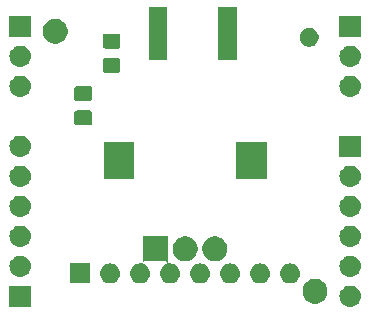
<source format=gbr>
G04 #@! TF.GenerationSoftware,KiCad,Pcbnew,(5.0.2-5)-5*
G04 #@! TF.CreationDate,2019-09-23T09:23:56+03:00*
G04 #@! TF.ProjectId,digi_pot,64696769-5f70-46f7-942e-6b696361645f,rev?*
G04 #@! TF.SameCoordinates,Original*
G04 #@! TF.FileFunction,Soldermask,Top*
G04 #@! TF.FilePolarity,Negative*
%FSLAX46Y46*%
G04 Gerber Fmt 4.6, Leading zero omitted, Abs format (unit mm)*
G04 Created by KiCad (PCBNEW (5.0.2-5)-5) date 2019 September 23, Monday 09:23:56*
%MOMM*%
%LPD*%
G01*
G04 APERTURE LIST*
%ADD10C,0.100000*%
G04 APERTURE END LIST*
D10*
G36*
X162670443Y-103245519D02*
X162736627Y-103252037D01*
X162849853Y-103286384D01*
X162906467Y-103303557D01*
X163045087Y-103377652D01*
X163062991Y-103387222D01*
X163082259Y-103403035D01*
X163200186Y-103499814D01*
X163283448Y-103601271D01*
X163312778Y-103637009D01*
X163312779Y-103637011D01*
X163396443Y-103793533D01*
X163396443Y-103793534D01*
X163447963Y-103963373D01*
X163465359Y-104140000D01*
X163447963Y-104316627D01*
X163413616Y-104429853D01*
X163396443Y-104486467D01*
X163322348Y-104625087D01*
X163312778Y-104642991D01*
X163283448Y-104678729D01*
X163200186Y-104780186D01*
X163098729Y-104863448D01*
X163062991Y-104892778D01*
X163062989Y-104892779D01*
X162906467Y-104976443D01*
X162849853Y-104993616D01*
X162736627Y-105027963D01*
X162670442Y-105034482D01*
X162604260Y-105041000D01*
X162515740Y-105041000D01*
X162449557Y-105034481D01*
X162383373Y-105027963D01*
X162270147Y-104993616D01*
X162213533Y-104976443D01*
X162057011Y-104892779D01*
X162057009Y-104892778D01*
X162021271Y-104863448D01*
X161919814Y-104780186D01*
X161836552Y-104678729D01*
X161807222Y-104642991D01*
X161797652Y-104625087D01*
X161723557Y-104486467D01*
X161706384Y-104429853D01*
X161672037Y-104316627D01*
X161654641Y-104140000D01*
X161672037Y-103963373D01*
X161723557Y-103793534D01*
X161723557Y-103793533D01*
X161807221Y-103637011D01*
X161807222Y-103637009D01*
X161836552Y-103601271D01*
X161919814Y-103499814D01*
X162037741Y-103403035D01*
X162057009Y-103387222D01*
X162074913Y-103377652D01*
X162213533Y-103303557D01*
X162270147Y-103286384D01*
X162383373Y-103252037D01*
X162449558Y-103245518D01*
X162515740Y-103239000D01*
X162604260Y-103239000D01*
X162670443Y-103245519D01*
X162670443Y-103245519D01*
G37*
G36*
X135521000Y-105041000D02*
X133719000Y-105041000D01*
X133719000Y-103239000D01*
X135521000Y-103239000D01*
X135521000Y-105041000D01*
X135521000Y-105041000D01*
G37*
G36*
X159894965Y-102698989D02*
X160086234Y-102778215D01*
X160258376Y-102893237D01*
X160404763Y-103039624D01*
X160519785Y-103211766D01*
X160599011Y-103403035D01*
X160639400Y-103606084D01*
X160639400Y-103813116D01*
X160599011Y-104016165D01*
X160519785Y-104207434D01*
X160404763Y-104379576D01*
X160258376Y-104525963D01*
X160086234Y-104640985D01*
X159894965Y-104720211D01*
X159691916Y-104760600D01*
X159484884Y-104760600D01*
X159281835Y-104720211D01*
X159090566Y-104640985D01*
X158918424Y-104525963D01*
X158772037Y-104379576D01*
X158657015Y-104207434D01*
X158577789Y-104016165D01*
X158537400Y-103813116D01*
X158537400Y-103606084D01*
X158577789Y-103403035D01*
X158657015Y-103211766D01*
X158772037Y-103039624D01*
X158918424Y-102893237D01*
X159090566Y-102778215D01*
X159281835Y-102698989D01*
X159484884Y-102658600D01*
X159691916Y-102658600D01*
X159894965Y-102698989D01*
X159894965Y-102698989D01*
G37*
G36*
X150025221Y-101370913D02*
X150025224Y-101370914D01*
X150025225Y-101370914D01*
X150185639Y-101419575D01*
X150185641Y-101419576D01*
X150185644Y-101419577D01*
X150333478Y-101498595D01*
X150463059Y-101604941D01*
X150569405Y-101734522D01*
X150648423Y-101882356D01*
X150697087Y-102042779D01*
X150713517Y-102209600D01*
X150697087Y-102376421D01*
X150697086Y-102376424D01*
X150697086Y-102376425D01*
X150659297Y-102501000D01*
X150648423Y-102536844D01*
X150569405Y-102684678D01*
X150463059Y-102814259D01*
X150333478Y-102920605D01*
X150185644Y-102999623D01*
X150185641Y-102999624D01*
X150185639Y-102999625D01*
X150025225Y-103048286D01*
X150025224Y-103048286D01*
X150025221Y-103048287D01*
X149900204Y-103060600D01*
X149816596Y-103060600D01*
X149691579Y-103048287D01*
X149691576Y-103048286D01*
X149691575Y-103048286D01*
X149531161Y-102999625D01*
X149531159Y-102999624D01*
X149531156Y-102999623D01*
X149383322Y-102920605D01*
X149253741Y-102814259D01*
X149147395Y-102684678D01*
X149068377Y-102536844D01*
X149057504Y-102501000D01*
X149019714Y-102376425D01*
X149019714Y-102376424D01*
X149019713Y-102376421D01*
X149003283Y-102209600D01*
X149019713Y-102042779D01*
X149068377Y-101882356D01*
X149147395Y-101734522D01*
X149253741Y-101604941D01*
X149383322Y-101498595D01*
X149531156Y-101419577D01*
X149531159Y-101419576D01*
X149531161Y-101419575D01*
X149691575Y-101370914D01*
X149691576Y-101370914D01*
X149691579Y-101370913D01*
X149816596Y-101358600D01*
X149900204Y-101358600D01*
X150025221Y-101370913D01*
X150025221Y-101370913D01*
G37*
G36*
X147150200Y-101233600D02*
X147152602Y-101257986D01*
X147159715Y-101281435D01*
X147171266Y-101303046D01*
X147186812Y-101321988D01*
X147205754Y-101337534D01*
X147227365Y-101349085D01*
X147250814Y-101356198D01*
X147275200Y-101358600D01*
X147360204Y-101358600D01*
X147485221Y-101370913D01*
X147485224Y-101370914D01*
X147485225Y-101370914D01*
X147645639Y-101419575D01*
X147645641Y-101419576D01*
X147645644Y-101419577D01*
X147793478Y-101498595D01*
X147923059Y-101604941D01*
X148029405Y-101734522D01*
X148108423Y-101882356D01*
X148157087Y-102042779D01*
X148173517Y-102209600D01*
X148157087Y-102376421D01*
X148157086Y-102376424D01*
X148157086Y-102376425D01*
X148119297Y-102501000D01*
X148108423Y-102536844D01*
X148029405Y-102684678D01*
X147923059Y-102814259D01*
X147793478Y-102920605D01*
X147645644Y-102999623D01*
X147645641Y-102999624D01*
X147645639Y-102999625D01*
X147485225Y-103048286D01*
X147485224Y-103048286D01*
X147485221Y-103048287D01*
X147360204Y-103060600D01*
X147276596Y-103060600D01*
X147151579Y-103048287D01*
X147151576Y-103048286D01*
X147151575Y-103048286D01*
X146991161Y-102999625D01*
X146991159Y-102999624D01*
X146991156Y-102999623D01*
X146843322Y-102920605D01*
X146713741Y-102814259D01*
X146607395Y-102684678D01*
X146528377Y-102536844D01*
X146517504Y-102501000D01*
X146479714Y-102376425D01*
X146479714Y-102376424D01*
X146479713Y-102376421D01*
X146463283Y-102209600D01*
X146479713Y-102042779D01*
X146528377Y-101882356D01*
X146607395Y-101734522D01*
X146713741Y-101604941D01*
X146843322Y-101498595D01*
X146999789Y-101414962D01*
X147004426Y-101413042D01*
X147024801Y-101399428D01*
X147042128Y-101382102D01*
X147055743Y-101361727D01*
X147065121Y-101339089D01*
X147069902Y-101315055D01*
X147069902Y-101290551D01*
X147065122Y-101266517D01*
X147055746Y-101243878D01*
X147042132Y-101223503D01*
X147024806Y-101206176D01*
X147004431Y-101192561D01*
X146981793Y-101183183D01*
X146957759Y-101178402D01*
X146945504Y-101177800D01*
X145151296Y-101177800D01*
X145126910Y-101180202D01*
X145103461Y-101187315D01*
X145081850Y-101198866D01*
X145062908Y-101214412D01*
X145048200Y-101232333D01*
X145048200Y-99075800D01*
X147150200Y-99075800D01*
X147150200Y-101233600D01*
X147150200Y-101233600D01*
G37*
G36*
X157645221Y-101370913D02*
X157645224Y-101370914D01*
X157645225Y-101370914D01*
X157805639Y-101419575D01*
X157805641Y-101419576D01*
X157805644Y-101419577D01*
X157953478Y-101498595D01*
X158083059Y-101604941D01*
X158189405Y-101734522D01*
X158268423Y-101882356D01*
X158317087Y-102042779D01*
X158333517Y-102209600D01*
X158317087Y-102376421D01*
X158317086Y-102376424D01*
X158317086Y-102376425D01*
X158279297Y-102501000D01*
X158268423Y-102536844D01*
X158189405Y-102684678D01*
X158083059Y-102814259D01*
X157953478Y-102920605D01*
X157805644Y-102999623D01*
X157805641Y-102999624D01*
X157805639Y-102999625D01*
X157645225Y-103048286D01*
X157645224Y-103048286D01*
X157645221Y-103048287D01*
X157520204Y-103060600D01*
X157436596Y-103060600D01*
X157311579Y-103048287D01*
X157311576Y-103048286D01*
X157311575Y-103048286D01*
X157151161Y-102999625D01*
X157151159Y-102999624D01*
X157151156Y-102999623D01*
X157003322Y-102920605D01*
X156873741Y-102814259D01*
X156767395Y-102684678D01*
X156688377Y-102536844D01*
X156677504Y-102501000D01*
X156639714Y-102376425D01*
X156639714Y-102376424D01*
X156639713Y-102376421D01*
X156623283Y-102209600D01*
X156639713Y-102042779D01*
X156688377Y-101882356D01*
X156767395Y-101734522D01*
X156873741Y-101604941D01*
X157003322Y-101498595D01*
X157151156Y-101419577D01*
X157151159Y-101419576D01*
X157151161Y-101419575D01*
X157311575Y-101370914D01*
X157311576Y-101370914D01*
X157311579Y-101370913D01*
X157436596Y-101358600D01*
X157520204Y-101358600D01*
X157645221Y-101370913D01*
X157645221Y-101370913D01*
G37*
G36*
X145028698Y-101327186D02*
X145035811Y-101350635D01*
X145047362Y-101372246D01*
X145062908Y-101391188D01*
X145081850Y-101406734D01*
X145094834Y-101413674D01*
X145094782Y-101413771D01*
X145253478Y-101498595D01*
X145383059Y-101604941D01*
X145489405Y-101734522D01*
X145568423Y-101882356D01*
X145617087Y-102042779D01*
X145633517Y-102209600D01*
X145617087Y-102376421D01*
X145617086Y-102376424D01*
X145617086Y-102376425D01*
X145579297Y-102501000D01*
X145568423Y-102536844D01*
X145489405Y-102684678D01*
X145383059Y-102814259D01*
X145253478Y-102920605D01*
X145105644Y-102999623D01*
X145105641Y-102999624D01*
X145105639Y-102999625D01*
X144945225Y-103048286D01*
X144945224Y-103048286D01*
X144945221Y-103048287D01*
X144820204Y-103060600D01*
X144736596Y-103060600D01*
X144611579Y-103048287D01*
X144611576Y-103048286D01*
X144611575Y-103048286D01*
X144451161Y-102999625D01*
X144451159Y-102999624D01*
X144451156Y-102999623D01*
X144303322Y-102920605D01*
X144173741Y-102814259D01*
X144067395Y-102684678D01*
X143988377Y-102536844D01*
X143977504Y-102501000D01*
X143939714Y-102376425D01*
X143939714Y-102376424D01*
X143939713Y-102376421D01*
X143923283Y-102209600D01*
X143939713Y-102042779D01*
X143988377Y-101882356D01*
X144067395Y-101734522D01*
X144173741Y-101604941D01*
X144303322Y-101498595D01*
X144451156Y-101419577D01*
X144451159Y-101419576D01*
X144451161Y-101419575D01*
X144611575Y-101370914D01*
X144611576Y-101370914D01*
X144611579Y-101370913D01*
X144736596Y-101358600D01*
X144820205Y-101358600D01*
X144910948Y-101367537D01*
X144935453Y-101367537D01*
X144959486Y-101362756D01*
X144982125Y-101353379D01*
X145002500Y-101339765D01*
X145019827Y-101322438D01*
X145027151Y-101311476D01*
X145028698Y-101327186D01*
X145028698Y-101327186D01*
G37*
G36*
X155105221Y-101370913D02*
X155105224Y-101370914D01*
X155105225Y-101370914D01*
X155265639Y-101419575D01*
X155265641Y-101419576D01*
X155265644Y-101419577D01*
X155413478Y-101498595D01*
X155543059Y-101604941D01*
X155649405Y-101734522D01*
X155728423Y-101882356D01*
X155777087Y-102042779D01*
X155793517Y-102209600D01*
X155777087Y-102376421D01*
X155777086Y-102376424D01*
X155777086Y-102376425D01*
X155739297Y-102501000D01*
X155728423Y-102536844D01*
X155649405Y-102684678D01*
X155543059Y-102814259D01*
X155413478Y-102920605D01*
X155265644Y-102999623D01*
X155265641Y-102999624D01*
X155265639Y-102999625D01*
X155105225Y-103048286D01*
X155105224Y-103048286D01*
X155105221Y-103048287D01*
X154980204Y-103060600D01*
X154896596Y-103060600D01*
X154771579Y-103048287D01*
X154771576Y-103048286D01*
X154771575Y-103048286D01*
X154611161Y-102999625D01*
X154611159Y-102999624D01*
X154611156Y-102999623D01*
X154463322Y-102920605D01*
X154333741Y-102814259D01*
X154227395Y-102684678D01*
X154148377Y-102536844D01*
X154137504Y-102501000D01*
X154099714Y-102376425D01*
X154099714Y-102376424D01*
X154099713Y-102376421D01*
X154083283Y-102209600D01*
X154099713Y-102042779D01*
X154148377Y-101882356D01*
X154227395Y-101734522D01*
X154333741Y-101604941D01*
X154463322Y-101498595D01*
X154611156Y-101419577D01*
X154611159Y-101419576D01*
X154611161Y-101419575D01*
X154771575Y-101370914D01*
X154771576Y-101370914D01*
X154771579Y-101370913D01*
X154896596Y-101358600D01*
X154980204Y-101358600D01*
X155105221Y-101370913D01*
X155105221Y-101370913D01*
G37*
G36*
X142405221Y-101370913D02*
X142405224Y-101370914D01*
X142405225Y-101370914D01*
X142565639Y-101419575D01*
X142565641Y-101419576D01*
X142565644Y-101419577D01*
X142713478Y-101498595D01*
X142843059Y-101604941D01*
X142949405Y-101734522D01*
X143028423Y-101882356D01*
X143077087Y-102042779D01*
X143093517Y-102209600D01*
X143077087Y-102376421D01*
X143077086Y-102376424D01*
X143077086Y-102376425D01*
X143039297Y-102501000D01*
X143028423Y-102536844D01*
X142949405Y-102684678D01*
X142843059Y-102814259D01*
X142713478Y-102920605D01*
X142565644Y-102999623D01*
X142565641Y-102999624D01*
X142565639Y-102999625D01*
X142405225Y-103048286D01*
X142405224Y-103048286D01*
X142405221Y-103048287D01*
X142280204Y-103060600D01*
X142196596Y-103060600D01*
X142071579Y-103048287D01*
X142071576Y-103048286D01*
X142071575Y-103048286D01*
X141911161Y-102999625D01*
X141911159Y-102999624D01*
X141911156Y-102999623D01*
X141763322Y-102920605D01*
X141633741Y-102814259D01*
X141527395Y-102684678D01*
X141448377Y-102536844D01*
X141437504Y-102501000D01*
X141399714Y-102376425D01*
X141399714Y-102376424D01*
X141399713Y-102376421D01*
X141383283Y-102209600D01*
X141399713Y-102042779D01*
X141448377Y-101882356D01*
X141527395Y-101734522D01*
X141633741Y-101604941D01*
X141763322Y-101498595D01*
X141911156Y-101419577D01*
X141911159Y-101419576D01*
X141911161Y-101419575D01*
X142071575Y-101370914D01*
X142071576Y-101370914D01*
X142071579Y-101370913D01*
X142196596Y-101358600D01*
X142280204Y-101358600D01*
X142405221Y-101370913D01*
X142405221Y-101370913D01*
G37*
G36*
X140549400Y-103060600D02*
X138847400Y-103060600D01*
X138847400Y-101358600D01*
X140549400Y-101358600D01*
X140549400Y-103060600D01*
X140549400Y-103060600D01*
G37*
G36*
X152565221Y-101370913D02*
X152565224Y-101370914D01*
X152565225Y-101370914D01*
X152725639Y-101419575D01*
X152725641Y-101419576D01*
X152725644Y-101419577D01*
X152873478Y-101498595D01*
X153003059Y-101604941D01*
X153109405Y-101734522D01*
X153188423Y-101882356D01*
X153237087Y-102042779D01*
X153253517Y-102209600D01*
X153237087Y-102376421D01*
X153237086Y-102376424D01*
X153237086Y-102376425D01*
X153199297Y-102501000D01*
X153188423Y-102536844D01*
X153109405Y-102684678D01*
X153003059Y-102814259D01*
X152873478Y-102920605D01*
X152725644Y-102999623D01*
X152725641Y-102999624D01*
X152725639Y-102999625D01*
X152565225Y-103048286D01*
X152565224Y-103048286D01*
X152565221Y-103048287D01*
X152440204Y-103060600D01*
X152356596Y-103060600D01*
X152231579Y-103048287D01*
X152231576Y-103048286D01*
X152231575Y-103048286D01*
X152071161Y-102999625D01*
X152071159Y-102999624D01*
X152071156Y-102999623D01*
X151923322Y-102920605D01*
X151793741Y-102814259D01*
X151687395Y-102684678D01*
X151608377Y-102536844D01*
X151597504Y-102501000D01*
X151559714Y-102376425D01*
X151559714Y-102376424D01*
X151559713Y-102376421D01*
X151543283Y-102209600D01*
X151559713Y-102042779D01*
X151608377Y-101882356D01*
X151687395Y-101734522D01*
X151793741Y-101604941D01*
X151923322Y-101498595D01*
X152071156Y-101419577D01*
X152071159Y-101419576D01*
X152071161Y-101419575D01*
X152231575Y-101370914D01*
X152231576Y-101370914D01*
X152231579Y-101370913D01*
X152356596Y-101358600D01*
X152440204Y-101358600D01*
X152565221Y-101370913D01*
X152565221Y-101370913D01*
G37*
G36*
X134730443Y-100705519D02*
X134796627Y-100712037D01*
X134909853Y-100746384D01*
X134966467Y-100763557D01*
X135028614Y-100796776D01*
X135122991Y-100847222D01*
X135158729Y-100876552D01*
X135260186Y-100959814D01*
X135340915Y-101058184D01*
X135372778Y-101097009D01*
X135372779Y-101097011D01*
X135456443Y-101253533D01*
X135464907Y-101281435D01*
X135507963Y-101423373D01*
X135525359Y-101600000D01*
X135507963Y-101776627D01*
X135475889Y-101882361D01*
X135456443Y-101946467D01*
X135404962Y-102042779D01*
X135372778Y-102102991D01*
X135343448Y-102138729D01*
X135260186Y-102240186D01*
X135158729Y-102323448D01*
X135122991Y-102352778D01*
X135122989Y-102352779D01*
X134966467Y-102436443D01*
X134909853Y-102453616D01*
X134796627Y-102487963D01*
X134730442Y-102494482D01*
X134664260Y-102501000D01*
X134575740Y-102501000D01*
X134509558Y-102494482D01*
X134443373Y-102487963D01*
X134330147Y-102453616D01*
X134273533Y-102436443D01*
X134117011Y-102352779D01*
X134117009Y-102352778D01*
X134081271Y-102323448D01*
X133979814Y-102240186D01*
X133896552Y-102138729D01*
X133867222Y-102102991D01*
X133835038Y-102042779D01*
X133783557Y-101946467D01*
X133764111Y-101882361D01*
X133732037Y-101776627D01*
X133714641Y-101600000D01*
X133732037Y-101423373D01*
X133775093Y-101281435D01*
X133783557Y-101253533D01*
X133867221Y-101097011D01*
X133867222Y-101097009D01*
X133899085Y-101058184D01*
X133979814Y-100959814D01*
X134081271Y-100876552D01*
X134117009Y-100847222D01*
X134211386Y-100796776D01*
X134273533Y-100763557D01*
X134330147Y-100746384D01*
X134443373Y-100712037D01*
X134509557Y-100705519D01*
X134575740Y-100699000D01*
X134664260Y-100699000D01*
X134730443Y-100705519D01*
X134730443Y-100705519D01*
G37*
G36*
X162670443Y-100705519D02*
X162736627Y-100712037D01*
X162849853Y-100746384D01*
X162906467Y-100763557D01*
X162968614Y-100796776D01*
X163062991Y-100847222D01*
X163098729Y-100876552D01*
X163200186Y-100959814D01*
X163280915Y-101058184D01*
X163312778Y-101097009D01*
X163312779Y-101097011D01*
X163396443Y-101253533D01*
X163404907Y-101281435D01*
X163447963Y-101423373D01*
X163465359Y-101600000D01*
X163447963Y-101776627D01*
X163415889Y-101882361D01*
X163396443Y-101946467D01*
X163344962Y-102042779D01*
X163312778Y-102102991D01*
X163283448Y-102138729D01*
X163200186Y-102240186D01*
X163098729Y-102323448D01*
X163062991Y-102352778D01*
X163062989Y-102352779D01*
X162906467Y-102436443D01*
X162849853Y-102453616D01*
X162736627Y-102487963D01*
X162670442Y-102494482D01*
X162604260Y-102501000D01*
X162515740Y-102501000D01*
X162449558Y-102494482D01*
X162383373Y-102487963D01*
X162270147Y-102453616D01*
X162213533Y-102436443D01*
X162057011Y-102352779D01*
X162057009Y-102352778D01*
X162021271Y-102323448D01*
X161919814Y-102240186D01*
X161836552Y-102138729D01*
X161807222Y-102102991D01*
X161775038Y-102042779D01*
X161723557Y-101946467D01*
X161704111Y-101882361D01*
X161672037Y-101776627D01*
X161654641Y-101600000D01*
X161672037Y-101423373D01*
X161715093Y-101281435D01*
X161723557Y-101253533D01*
X161807221Y-101097011D01*
X161807222Y-101097009D01*
X161839085Y-101058184D01*
X161919814Y-100959814D01*
X162021271Y-100876552D01*
X162057009Y-100847222D01*
X162151386Y-100796776D01*
X162213533Y-100763557D01*
X162270147Y-100746384D01*
X162383373Y-100712037D01*
X162449557Y-100705519D01*
X162515740Y-100699000D01*
X162604260Y-100699000D01*
X162670443Y-100705519D01*
X162670443Y-100705519D01*
G37*
G36*
X148905765Y-99116189D02*
X149097034Y-99195415D01*
X149269176Y-99310437D01*
X149415563Y-99456824D01*
X149530585Y-99628966D01*
X149609811Y-99820235D01*
X149650200Y-100023284D01*
X149650200Y-100230316D01*
X149609811Y-100433365D01*
X149530585Y-100624634D01*
X149415563Y-100796776D01*
X149269176Y-100943163D01*
X149097034Y-101058185D01*
X148905765Y-101137411D01*
X148702716Y-101177800D01*
X148495684Y-101177800D01*
X148292635Y-101137411D01*
X148101366Y-101058185D01*
X147929224Y-100943163D01*
X147782837Y-100796776D01*
X147667815Y-100624634D01*
X147588589Y-100433365D01*
X147548200Y-100230316D01*
X147548200Y-100023284D01*
X147588589Y-99820235D01*
X147667815Y-99628966D01*
X147782837Y-99456824D01*
X147929224Y-99310437D01*
X148101366Y-99195415D01*
X148292635Y-99116189D01*
X148495684Y-99075800D01*
X148702716Y-99075800D01*
X148905765Y-99116189D01*
X148905765Y-99116189D01*
G37*
G36*
X151405765Y-99116189D02*
X151597034Y-99195415D01*
X151769176Y-99310437D01*
X151915563Y-99456824D01*
X152030585Y-99628966D01*
X152109811Y-99820235D01*
X152150200Y-100023284D01*
X152150200Y-100230316D01*
X152109811Y-100433365D01*
X152030585Y-100624634D01*
X151915563Y-100796776D01*
X151769176Y-100943163D01*
X151597034Y-101058185D01*
X151405765Y-101137411D01*
X151202716Y-101177800D01*
X150995684Y-101177800D01*
X150792635Y-101137411D01*
X150601366Y-101058185D01*
X150429224Y-100943163D01*
X150282837Y-100796776D01*
X150167815Y-100624634D01*
X150088589Y-100433365D01*
X150048200Y-100230316D01*
X150048200Y-100023284D01*
X150088589Y-99820235D01*
X150167815Y-99628966D01*
X150282837Y-99456824D01*
X150429224Y-99310437D01*
X150601366Y-99195415D01*
X150792635Y-99116189D01*
X150995684Y-99075800D01*
X151202716Y-99075800D01*
X151405765Y-99116189D01*
X151405765Y-99116189D01*
G37*
G36*
X134730443Y-98165519D02*
X134796627Y-98172037D01*
X134909853Y-98206384D01*
X134966467Y-98223557D01*
X135105087Y-98297652D01*
X135122991Y-98307222D01*
X135158729Y-98336552D01*
X135260186Y-98419814D01*
X135343448Y-98521271D01*
X135372778Y-98557009D01*
X135372779Y-98557011D01*
X135456443Y-98713533D01*
X135456443Y-98713534D01*
X135507963Y-98883373D01*
X135525359Y-99060000D01*
X135507963Y-99236627D01*
X135485573Y-99310437D01*
X135456443Y-99406467D01*
X135382348Y-99545087D01*
X135372778Y-99562991D01*
X135343448Y-99598729D01*
X135260186Y-99700186D01*
X135158729Y-99783448D01*
X135122991Y-99812778D01*
X135122989Y-99812779D01*
X134966467Y-99896443D01*
X134909853Y-99913616D01*
X134796627Y-99947963D01*
X134730443Y-99954481D01*
X134664260Y-99961000D01*
X134575740Y-99961000D01*
X134509557Y-99954481D01*
X134443373Y-99947963D01*
X134330147Y-99913616D01*
X134273533Y-99896443D01*
X134117011Y-99812779D01*
X134117009Y-99812778D01*
X134081271Y-99783448D01*
X133979814Y-99700186D01*
X133896552Y-99598729D01*
X133867222Y-99562991D01*
X133857652Y-99545087D01*
X133783557Y-99406467D01*
X133754427Y-99310437D01*
X133732037Y-99236627D01*
X133714641Y-99060000D01*
X133732037Y-98883373D01*
X133783557Y-98713534D01*
X133783557Y-98713533D01*
X133867221Y-98557011D01*
X133867222Y-98557009D01*
X133896552Y-98521271D01*
X133979814Y-98419814D01*
X134081271Y-98336552D01*
X134117009Y-98307222D01*
X134134913Y-98297652D01*
X134273533Y-98223557D01*
X134330147Y-98206384D01*
X134443373Y-98172037D01*
X134509557Y-98165519D01*
X134575740Y-98159000D01*
X134664260Y-98159000D01*
X134730443Y-98165519D01*
X134730443Y-98165519D01*
G37*
G36*
X162670443Y-98165519D02*
X162736627Y-98172037D01*
X162849853Y-98206384D01*
X162906467Y-98223557D01*
X163045087Y-98297652D01*
X163062991Y-98307222D01*
X163098729Y-98336552D01*
X163200186Y-98419814D01*
X163283448Y-98521271D01*
X163312778Y-98557009D01*
X163312779Y-98557011D01*
X163396443Y-98713533D01*
X163396443Y-98713534D01*
X163447963Y-98883373D01*
X163465359Y-99060000D01*
X163447963Y-99236627D01*
X163425573Y-99310437D01*
X163396443Y-99406467D01*
X163322348Y-99545087D01*
X163312778Y-99562991D01*
X163283448Y-99598729D01*
X163200186Y-99700186D01*
X163098729Y-99783448D01*
X163062991Y-99812778D01*
X163062989Y-99812779D01*
X162906467Y-99896443D01*
X162849853Y-99913616D01*
X162736627Y-99947963D01*
X162670443Y-99954481D01*
X162604260Y-99961000D01*
X162515740Y-99961000D01*
X162449557Y-99954481D01*
X162383373Y-99947963D01*
X162270147Y-99913616D01*
X162213533Y-99896443D01*
X162057011Y-99812779D01*
X162057009Y-99812778D01*
X162021271Y-99783448D01*
X161919814Y-99700186D01*
X161836552Y-99598729D01*
X161807222Y-99562991D01*
X161797652Y-99545087D01*
X161723557Y-99406467D01*
X161694427Y-99310437D01*
X161672037Y-99236627D01*
X161654641Y-99060000D01*
X161672037Y-98883373D01*
X161723557Y-98713534D01*
X161723557Y-98713533D01*
X161807221Y-98557011D01*
X161807222Y-98557009D01*
X161836552Y-98521271D01*
X161919814Y-98419814D01*
X162021271Y-98336552D01*
X162057009Y-98307222D01*
X162074913Y-98297652D01*
X162213533Y-98223557D01*
X162270147Y-98206384D01*
X162383373Y-98172037D01*
X162449557Y-98165519D01*
X162515740Y-98159000D01*
X162604260Y-98159000D01*
X162670443Y-98165519D01*
X162670443Y-98165519D01*
G37*
G36*
X134730442Y-95625518D02*
X134796627Y-95632037D01*
X134909853Y-95666384D01*
X134966467Y-95683557D01*
X135105087Y-95757652D01*
X135122991Y-95767222D01*
X135158729Y-95796552D01*
X135260186Y-95879814D01*
X135343448Y-95981271D01*
X135372778Y-96017009D01*
X135372779Y-96017011D01*
X135456443Y-96173533D01*
X135456443Y-96173534D01*
X135507963Y-96343373D01*
X135525359Y-96520000D01*
X135507963Y-96696627D01*
X135473616Y-96809853D01*
X135456443Y-96866467D01*
X135382348Y-97005087D01*
X135372778Y-97022991D01*
X135343448Y-97058729D01*
X135260186Y-97160186D01*
X135158729Y-97243448D01*
X135122991Y-97272778D01*
X135122989Y-97272779D01*
X134966467Y-97356443D01*
X134909853Y-97373616D01*
X134796627Y-97407963D01*
X134730442Y-97414482D01*
X134664260Y-97421000D01*
X134575740Y-97421000D01*
X134509558Y-97414482D01*
X134443373Y-97407963D01*
X134330147Y-97373616D01*
X134273533Y-97356443D01*
X134117011Y-97272779D01*
X134117009Y-97272778D01*
X134081271Y-97243448D01*
X133979814Y-97160186D01*
X133896552Y-97058729D01*
X133867222Y-97022991D01*
X133857652Y-97005087D01*
X133783557Y-96866467D01*
X133766384Y-96809853D01*
X133732037Y-96696627D01*
X133714641Y-96520000D01*
X133732037Y-96343373D01*
X133783557Y-96173534D01*
X133783557Y-96173533D01*
X133867221Y-96017011D01*
X133867222Y-96017009D01*
X133896552Y-95981271D01*
X133979814Y-95879814D01*
X134081271Y-95796552D01*
X134117009Y-95767222D01*
X134134913Y-95757652D01*
X134273533Y-95683557D01*
X134330147Y-95666384D01*
X134443373Y-95632037D01*
X134509558Y-95625518D01*
X134575740Y-95619000D01*
X134664260Y-95619000D01*
X134730442Y-95625518D01*
X134730442Y-95625518D01*
G37*
G36*
X162670442Y-95625518D02*
X162736627Y-95632037D01*
X162849853Y-95666384D01*
X162906467Y-95683557D01*
X163045087Y-95757652D01*
X163062991Y-95767222D01*
X163098729Y-95796552D01*
X163200186Y-95879814D01*
X163283448Y-95981271D01*
X163312778Y-96017009D01*
X163312779Y-96017011D01*
X163396443Y-96173533D01*
X163396443Y-96173534D01*
X163447963Y-96343373D01*
X163465359Y-96520000D01*
X163447963Y-96696627D01*
X163413616Y-96809853D01*
X163396443Y-96866467D01*
X163322348Y-97005087D01*
X163312778Y-97022991D01*
X163283448Y-97058729D01*
X163200186Y-97160186D01*
X163098729Y-97243448D01*
X163062991Y-97272778D01*
X163062989Y-97272779D01*
X162906467Y-97356443D01*
X162849853Y-97373616D01*
X162736627Y-97407963D01*
X162670442Y-97414482D01*
X162604260Y-97421000D01*
X162515740Y-97421000D01*
X162449558Y-97414482D01*
X162383373Y-97407963D01*
X162270147Y-97373616D01*
X162213533Y-97356443D01*
X162057011Y-97272779D01*
X162057009Y-97272778D01*
X162021271Y-97243448D01*
X161919814Y-97160186D01*
X161836552Y-97058729D01*
X161807222Y-97022991D01*
X161797652Y-97005087D01*
X161723557Y-96866467D01*
X161706384Y-96809853D01*
X161672037Y-96696627D01*
X161654641Y-96520000D01*
X161672037Y-96343373D01*
X161723557Y-96173534D01*
X161723557Y-96173533D01*
X161807221Y-96017011D01*
X161807222Y-96017009D01*
X161836552Y-95981271D01*
X161919814Y-95879814D01*
X162021271Y-95796552D01*
X162057009Y-95767222D01*
X162074913Y-95757652D01*
X162213533Y-95683557D01*
X162270147Y-95666384D01*
X162383373Y-95632037D01*
X162449558Y-95625518D01*
X162515740Y-95619000D01*
X162604260Y-95619000D01*
X162670442Y-95625518D01*
X162670442Y-95625518D01*
G37*
G36*
X162670443Y-93085519D02*
X162736627Y-93092037D01*
X162849853Y-93126384D01*
X162906467Y-93143557D01*
X163045087Y-93217652D01*
X163062991Y-93227222D01*
X163098729Y-93256552D01*
X163200186Y-93339814D01*
X163283448Y-93441271D01*
X163312778Y-93477009D01*
X163312779Y-93477011D01*
X163396443Y-93633533D01*
X163396443Y-93633534D01*
X163447963Y-93803373D01*
X163465359Y-93980000D01*
X163447963Y-94156627D01*
X163441540Y-94177800D01*
X163396443Y-94326467D01*
X163322348Y-94465087D01*
X163312778Y-94482991D01*
X163283448Y-94518729D01*
X163200186Y-94620186D01*
X163098729Y-94703448D01*
X163062991Y-94732778D01*
X163062989Y-94732779D01*
X162906467Y-94816443D01*
X162849853Y-94833616D01*
X162736627Y-94867963D01*
X162670443Y-94874481D01*
X162604260Y-94881000D01*
X162515740Y-94881000D01*
X162449557Y-94874481D01*
X162383373Y-94867963D01*
X162270147Y-94833616D01*
X162213533Y-94816443D01*
X162057011Y-94732779D01*
X162057009Y-94732778D01*
X162021271Y-94703448D01*
X161919814Y-94620186D01*
X161836552Y-94518729D01*
X161807222Y-94482991D01*
X161797652Y-94465087D01*
X161723557Y-94326467D01*
X161678460Y-94177800D01*
X161672037Y-94156627D01*
X161654641Y-93980000D01*
X161672037Y-93803373D01*
X161723557Y-93633534D01*
X161723557Y-93633533D01*
X161807221Y-93477011D01*
X161807222Y-93477009D01*
X161836552Y-93441271D01*
X161919814Y-93339814D01*
X162021271Y-93256552D01*
X162057009Y-93227222D01*
X162074913Y-93217652D01*
X162213533Y-93143557D01*
X162270147Y-93126384D01*
X162383373Y-93092037D01*
X162449557Y-93085519D01*
X162515740Y-93079000D01*
X162604260Y-93079000D01*
X162670443Y-93085519D01*
X162670443Y-93085519D01*
G37*
G36*
X134730443Y-93085519D02*
X134796627Y-93092037D01*
X134909853Y-93126384D01*
X134966467Y-93143557D01*
X135105087Y-93217652D01*
X135122991Y-93227222D01*
X135158729Y-93256552D01*
X135260186Y-93339814D01*
X135343448Y-93441271D01*
X135372778Y-93477009D01*
X135372779Y-93477011D01*
X135456443Y-93633533D01*
X135456443Y-93633534D01*
X135507963Y-93803373D01*
X135525359Y-93980000D01*
X135507963Y-94156627D01*
X135501540Y-94177800D01*
X135456443Y-94326467D01*
X135382348Y-94465087D01*
X135372778Y-94482991D01*
X135343448Y-94518729D01*
X135260186Y-94620186D01*
X135158729Y-94703448D01*
X135122991Y-94732778D01*
X135122989Y-94732779D01*
X134966467Y-94816443D01*
X134909853Y-94833616D01*
X134796627Y-94867963D01*
X134730443Y-94874481D01*
X134664260Y-94881000D01*
X134575740Y-94881000D01*
X134509557Y-94874481D01*
X134443373Y-94867963D01*
X134330147Y-94833616D01*
X134273533Y-94816443D01*
X134117011Y-94732779D01*
X134117009Y-94732778D01*
X134081271Y-94703448D01*
X133979814Y-94620186D01*
X133896552Y-94518729D01*
X133867222Y-94482991D01*
X133857652Y-94465087D01*
X133783557Y-94326467D01*
X133738460Y-94177800D01*
X133732037Y-94156627D01*
X133714641Y-93980000D01*
X133732037Y-93803373D01*
X133783557Y-93633534D01*
X133783557Y-93633533D01*
X133867221Y-93477011D01*
X133867222Y-93477009D01*
X133896552Y-93441271D01*
X133979814Y-93339814D01*
X134081271Y-93256552D01*
X134117009Y-93227222D01*
X134134913Y-93217652D01*
X134273533Y-93143557D01*
X134330147Y-93126384D01*
X134443373Y-93092037D01*
X134509557Y-93085519D01*
X134575740Y-93079000D01*
X134664260Y-93079000D01*
X134730443Y-93085519D01*
X134730443Y-93085519D01*
G37*
G36*
X155500200Y-94177800D02*
X152898200Y-94177800D01*
X152898200Y-91075800D01*
X155500200Y-91075800D01*
X155500200Y-94177800D01*
X155500200Y-94177800D01*
G37*
G36*
X144300200Y-94177800D02*
X141698200Y-94177800D01*
X141698200Y-91075800D01*
X144300200Y-91075800D01*
X144300200Y-94177800D01*
X144300200Y-94177800D01*
G37*
G36*
X163461000Y-92341000D02*
X161659000Y-92341000D01*
X161659000Y-90539000D01*
X163461000Y-90539000D01*
X163461000Y-92341000D01*
X163461000Y-92341000D01*
G37*
G36*
X134730443Y-90545519D02*
X134796627Y-90552037D01*
X134909853Y-90586384D01*
X134966467Y-90603557D01*
X135105087Y-90677652D01*
X135122991Y-90687222D01*
X135158729Y-90716552D01*
X135260186Y-90799814D01*
X135343448Y-90901271D01*
X135372778Y-90937009D01*
X135372779Y-90937011D01*
X135456443Y-91093533D01*
X135456443Y-91093534D01*
X135507963Y-91263373D01*
X135525359Y-91440000D01*
X135507963Y-91616627D01*
X135473616Y-91729853D01*
X135456443Y-91786467D01*
X135382348Y-91925087D01*
X135372778Y-91942991D01*
X135343448Y-91978729D01*
X135260186Y-92080186D01*
X135158729Y-92163448D01*
X135122991Y-92192778D01*
X135122989Y-92192779D01*
X134966467Y-92276443D01*
X134909853Y-92293616D01*
X134796627Y-92327963D01*
X134730443Y-92334481D01*
X134664260Y-92341000D01*
X134575740Y-92341000D01*
X134509557Y-92334481D01*
X134443373Y-92327963D01*
X134330147Y-92293616D01*
X134273533Y-92276443D01*
X134117011Y-92192779D01*
X134117009Y-92192778D01*
X134081271Y-92163448D01*
X133979814Y-92080186D01*
X133896552Y-91978729D01*
X133867222Y-91942991D01*
X133857652Y-91925087D01*
X133783557Y-91786467D01*
X133766384Y-91729853D01*
X133732037Y-91616627D01*
X133714641Y-91440000D01*
X133732037Y-91263373D01*
X133783557Y-91093534D01*
X133783557Y-91093533D01*
X133867221Y-90937011D01*
X133867222Y-90937009D01*
X133896552Y-90901271D01*
X133979814Y-90799814D01*
X134081271Y-90716552D01*
X134117009Y-90687222D01*
X134134913Y-90677652D01*
X134273533Y-90603557D01*
X134330147Y-90586384D01*
X134443373Y-90552037D01*
X134509557Y-90545519D01*
X134575740Y-90539000D01*
X134664260Y-90539000D01*
X134730443Y-90545519D01*
X134730443Y-90545519D01*
G37*
G36*
X140542677Y-88414465D02*
X140580364Y-88425898D01*
X140615103Y-88444466D01*
X140645548Y-88469452D01*
X140670534Y-88499897D01*
X140689102Y-88534636D01*
X140700535Y-88572323D01*
X140705000Y-88617661D01*
X140705000Y-89454339D01*
X140700535Y-89499677D01*
X140689102Y-89537364D01*
X140670534Y-89572103D01*
X140645548Y-89602548D01*
X140615103Y-89627534D01*
X140580364Y-89646102D01*
X140542677Y-89657535D01*
X140497339Y-89662000D01*
X139410661Y-89662000D01*
X139365323Y-89657535D01*
X139327636Y-89646102D01*
X139292897Y-89627534D01*
X139262452Y-89602548D01*
X139237466Y-89572103D01*
X139218898Y-89537364D01*
X139207465Y-89499677D01*
X139203000Y-89454339D01*
X139203000Y-88617661D01*
X139207465Y-88572323D01*
X139218898Y-88534636D01*
X139237466Y-88499897D01*
X139262452Y-88469452D01*
X139292897Y-88444466D01*
X139327636Y-88425898D01*
X139365323Y-88414465D01*
X139410661Y-88410000D01*
X140497339Y-88410000D01*
X140542677Y-88414465D01*
X140542677Y-88414465D01*
G37*
G36*
X140542677Y-86364465D02*
X140580364Y-86375898D01*
X140615103Y-86394466D01*
X140645548Y-86419452D01*
X140670534Y-86449897D01*
X140689102Y-86484636D01*
X140700535Y-86522323D01*
X140705000Y-86567661D01*
X140705000Y-87404339D01*
X140700535Y-87449677D01*
X140689102Y-87487364D01*
X140670534Y-87522103D01*
X140645548Y-87552548D01*
X140615103Y-87577534D01*
X140580364Y-87596102D01*
X140542677Y-87607535D01*
X140497339Y-87612000D01*
X139410661Y-87612000D01*
X139365323Y-87607535D01*
X139327636Y-87596102D01*
X139292897Y-87577534D01*
X139262452Y-87552548D01*
X139237466Y-87522103D01*
X139218898Y-87487364D01*
X139207465Y-87449677D01*
X139203000Y-87404339D01*
X139203000Y-86567661D01*
X139207465Y-86522323D01*
X139218898Y-86484636D01*
X139237466Y-86449897D01*
X139262452Y-86419452D01*
X139292897Y-86394466D01*
X139327636Y-86375898D01*
X139365323Y-86364465D01*
X139410661Y-86360000D01*
X140497339Y-86360000D01*
X140542677Y-86364465D01*
X140542677Y-86364465D01*
G37*
G36*
X134730442Y-85465518D02*
X134796627Y-85472037D01*
X134909853Y-85506384D01*
X134966467Y-85523557D01*
X135105087Y-85597652D01*
X135122991Y-85607222D01*
X135158729Y-85636552D01*
X135260186Y-85719814D01*
X135343448Y-85821271D01*
X135372778Y-85857009D01*
X135372779Y-85857011D01*
X135456443Y-86013533D01*
X135456443Y-86013534D01*
X135507963Y-86183373D01*
X135525359Y-86360000D01*
X135507963Y-86536627D01*
X135478979Y-86632173D01*
X135456443Y-86706467D01*
X135382348Y-86845087D01*
X135372778Y-86862991D01*
X135343448Y-86898729D01*
X135260186Y-87000186D01*
X135158729Y-87083448D01*
X135122991Y-87112778D01*
X135122989Y-87112779D01*
X134966467Y-87196443D01*
X134909853Y-87213616D01*
X134796627Y-87247963D01*
X134730442Y-87254482D01*
X134664260Y-87261000D01*
X134575740Y-87261000D01*
X134509558Y-87254482D01*
X134443373Y-87247963D01*
X134330147Y-87213616D01*
X134273533Y-87196443D01*
X134117011Y-87112779D01*
X134117009Y-87112778D01*
X134081271Y-87083448D01*
X133979814Y-87000186D01*
X133896552Y-86898729D01*
X133867222Y-86862991D01*
X133857652Y-86845087D01*
X133783557Y-86706467D01*
X133761021Y-86632173D01*
X133732037Y-86536627D01*
X133714641Y-86360000D01*
X133732037Y-86183373D01*
X133783557Y-86013534D01*
X133783557Y-86013533D01*
X133867221Y-85857011D01*
X133867222Y-85857009D01*
X133896552Y-85821271D01*
X133979814Y-85719814D01*
X134081271Y-85636552D01*
X134117009Y-85607222D01*
X134134913Y-85597652D01*
X134273533Y-85523557D01*
X134330147Y-85506384D01*
X134443373Y-85472037D01*
X134509558Y-85465518D01*
X134575740Y-85459000D01*
X134664260Y-85459000D01*
X134730442Y-85465518D01*
X134730442Y-85465518D01*
G37*
G36*
X162670442Y-85465518D02*
X162736627Y-85472037D01*
X162849853Y-85506384D01*
X162906467Y-85523557D01*
X163045087Y-85597652D01*
X163062991Y-85607222D01*
X163098729Y-85636552D01*
X163200186Y-85719814D01*
X163283448Y-85821271D01*
X163312778Y-85857009D01*
X163312779Y-85857011D01*
X163396443Y-86013533D01*
X163396443Y-86013534D01*
X163447963Y-86183373D01*
X163465359Y-86360000D01*
X163447963Y-86536627D01*
X163418979Y-86632173D01*
X163396443Y-86706467D01*
X163322348Y-86845087D01*
X163312778Y-86862991D01*
X163283448Y-86898729D01*
X163200186Y-87000186D01*
X163098729Y-87083448D01*
X163062991Y-87112778D01*
X163062989Y-87112779D01*
X162906467Y-87196443D01*
X162849853Y-87213616D01*
X162736627Y-87247963D01*
X162670442Y-87254482D01*
X162604260Y-87261000D01*
X162515740Y-87261000D01*
X162449558Y-87254482D01*
X162383373Y-87247963D01*
X162270147Y-87213616D01*
X162213533Y-87196443D01*
X162057011Y-87112779D01*
X162057009Y-87112778D01*
X162021271Y-87083448D01*
X161919814Y-87000186D01*
X161836552Y-86898729D01*
X161807222Y-86862991D01*
X161797652Y-86845087D01*
X161723557Y-86706467D01*
X161701021Y-86632173D01*
X161672037Y-86536627D01*
X161654641Y-86360000D01*
X161672037Y-86183373D01*
X161723557Y-86013534D01*
X161723557Y-86013533D01*
X161807221Y-85857011D01*
X161807222Y-85857009D01*
X161836552Y-85821271D01*
X161919814Y-85719814D01*
X162021271Y-85636552D01*
X162057009Y-85607222D01*
X162074913Y-85597652D01*
X162213533Y-85523557D01*
X162270147Y-85506384D01*
X162383373Y-85472037D01*
X162449558Y-85465518D01*
X162515740Y-85459000D01*
X162604260Y-85459000D01*
X162670442Y-85465518D01*
X162670442Y-85465518D01*
G37*
G36*
X142955677Y-83969465D02*
X142993364Y-83980898D01*
X143028103Y-83999466D01*
X143058548Y-84024452D01*
X143083534Y-84054897D01*
X143102102Y-84089636D01*
X143113535Y-84127323D01*
X143118000Y-84172661D01*
X143118000Y-85009339D01*
X143113535Y-85054677D01*
X143102102Y-85092364D01*
X143083534Y-85127103D01*
X143058548Y-85157548D01*
X143028103Y-85182534D01*
X142993364Y-85201102D01*
X142955677Y-85212535D01*
X142910339Y-85217000D01*
X141823661Y-85217000D01*
X141778323Y-85212535D01*
X141740636Y-85201102D01*
X141705897Y-85182534D01*
X141675452Y-85157548D01*
X141650466Y-85127103D01*
X141631898Y-85092364D01*
X141620465Y-85054677D01*
X141616000Y-85009339D01*
X141616000Y-84172661D01*
X141620465Y-84127323D01*
X141631898Y-84089636D01*
X141650466Y-84054897D01*
X141675452Y-84024452D01*
X141705897Y-83999466D01*
X141740636Y-83980898D01*
X141778323Y-83969465D01*
X141823661Y-83965000D01*
X142910339Y-83965000D01*
X142955677Y-83969465D01*
X142955677Y-83969465D01*
G37*
G36*
X134730443Y-82925519D02*
X134796627Y-82932037D01*
X134909853Y-82966384D01*
X134966467Y-82983557D01*
X135083359Y-83046038D01*
X135122991Y-83067222D01*
X135147434Y-83087282D01*
X135260186Y-83179814D01*
X135343448Y-83281271D01*
X135372778Y-83317009D01*
X135372779Y-83317011D01*
X135456443Y-83473533D01*
X135456443Y-83473534D01*
X135507963Y-83643373D01*
X135525359Y-83820000D01*
X135507963Y-83996627D01*
X135479749Y-84089636D01*
X135456443Y-84166467D01*
X135453132Y-84172661D01*
X135372778Y-84322991D01*
X135343448Y-84358729D01*
X135260186Y-84460186D01*
X135158729Y-84543448D01*
X135122991Y-84572778D01*
X135122989Y-84572779D01*
X134966467Y-84656443D01*
X134909853Y-84673616D01*
X134796627Y-84707963D01*
X134730443Y-84714481D01*
X134664260Y-84721000D01*
X134575740Y-84721000D01*
X134509557Y-84714481D01*
X134443373Y-84707963D01*
X134330147Y-84673616D01*
X134273533Y-84656443D01*
X134117011Y-84572779D01*
X134117009Y-84572778D01*
X134081271Y-84543448D01*
X133979814Y-84460186D01*
X133896552Y-84358729D01*
X133867222Y-84322991D01*
X133786868Y-84172661D01*
X133783557Y-84166467D01*
X133760251Y-84089636D01*
X133732037Y-83996627D01*
X133714641Y-83820000D01*
X133732037Y-83643373D01*
X133783557Y-83473534D01*
X133783557Y-83473533D01*
X133867221Y-83317011D01*
X133867222Y-83317009D01*
X133896552Y-83281271D01*
X133979814Y-83179814D01*
X134092566Y-83087282D01*
X134117009Y-83067222D01*
X134156641Y-83046038D01*
X134273533Y-82983557D01*
X134330147Y-82966384D01*
X134443373Y-82932037D01*
X134509557Y-82925519D01*
X134575740Y-82919000D01*
X134664260Y-82919000D01*
X134730443Y-82925519D01*
X134730443Y-82925519D01*
G37*
G36*
X162670443Y-82925519D02*
X162736627Y-82932037D01*
X162849853Y-82966384D01*
X162906467Y-82983557D01*
X163023359Y-83046038D01*
X163062991Y-83067222D01*
X163087434Y-83087282D01*
X163200186Y-83179814D01*
X163283448Y-83281271D01*
X163312778Y-83317009D01*
X163312779Y-83317011D01*
X163396443Y-83473533D01*
X163396443Y-83473534D01*
X163447963Y-83643373D01*
X163465359Y-83820000D01*
X163447963Y-83996627D01*
X163419749Y-84089636D01*
X163396443Y-84166467D01*
X163393132Y-84172661D01*
X163312778Y-84322991D01*
X163283448Y-84358729D01*
X163200186Y-84460186D01*
X163098729Y-84543448D01*
X163062991Y-84572778D01*
X163062989Y-84572779D01*
X162906467Y-84656443D01*
X162849853Y-84673616D01*
X162736627Y-84707963D01*
X162670443Y-84714481D01*
X162604260Y-84721000D01*
X162515740Y-84721000D01*
X162449557Y-84714481D01*
X162383373Y-84707963D01*
X162270147Y-84673616D01*
X162213533Y-84656443D01*
X162057011Y-84572779D01*
X162057009Y-84572778D01*
X162021271Y-84543448D01*
X161919814Y-84460186D01*
X161836552Y-84358729D01*
X161807222Y-84322991D01*
X161726868Y-84172661D01*
X161723557Y-84166467D01*
X161700251Y-84089636D01*
X161672037Y-83996627D01*
X161654641Y-83820000D01*
X161672037Y-83643373D01*
X161723557Y-83473534D01*
X161723557Y-83473533D01*
X161807221Y-83317011D01*
X161807222Y-83317009D01*
X161836552Y-83281271D01*
X161919814Y-83179814D01*
X162032566Y-83087282D01*
X162057009Y-83067222D01*
X162096641Y-83046038D01*
X162213533Y-82983557D01*
X162270147Y-82966384D01*
X162383373Y-82932037D01*
X162449557Y-82925519D01*
X162515740Y-82919000D01*
X162604260Y-82919000D01*
X162670443Y-82925519D01*
X162670443Y-82925519D01*
G37*
G36*
X152951000Y-84141000D02*
X151399000Y-84141000D01*
X151399000Y-79689000D01*
X152951000Y-79689000D01*
X152951000Y-84141000D01*
X152951000Y-84141000D01*
G37*
G36*
X147051000Y-84141000D02*
X145499000Y-84141000D01*
X145499000Y-79689000D01*
X147051000Y-79689000D01*
X147051000Y-84141000D01*
X147051000Y-84141000D01*
G37*
G36*
X142955677Y-81919465D02*
X142993364Y-81930898D01*
X143028103Y-81949466D01*
X143058548Y-81974452D01*
X143083534Y-82004897D01*
X143102102Y-82039636D01*
X143113535Y-82077323D01*
X143118000Y-82122661D01*
X143118000Y-82959339D01*
X143113535Y-83004677D01*
X143102102Y-83042364D01*
X143083534Y-83077103D01*
X143058548Y-83107548D01*
X143028103Y-83132534D01*
X142993364Y-83151102D01*
X142955677Y-83162535D01*
X142910339Y-83167000D01*
X141823661Y-83167000D01*
X141778323Y-83162535D01*
X141740636Y-83151102D01*
X141705897Y-83132534D01*
X141675452Y-83107548D01*
X141650466Y-83077103D01*
X141631898Y-83042364D01*
X141620465Y-83004677D01*
X141616000Y-82959339D01*
X141616000Y-82122661D01*
X141620465Y-82077323D01*
X141631898Y-82039636D01*
X141650466Y-82004897D01*
X141675452Y-81974452D01*
X141705897Y-81949466D01*
X141740636Y-81930898D01*
X141778323Y-81919465D01*
X141823661Y-81915000D01*
X142910339Y-81915000D01*
X142955677Y-81919465D01*
X142955677Y-81919465D01*
G37*
G36*
X159322043Y-81439381D02*
X159467815Y-81499762D01*
X159599011Y-81587424D01*
X159710576Y-81698989D01*
X159798238Y-81830185D01*
X159858619Y-81975957D01*
X159889400Y-82130707D01*
X159889400Y-82288493D01*
X159858619Y-82443243D01*
X159798238Y-82589015D01*
X159710576Y-82720211D01*
X159599011Y-82831776D01*
X159467815Y-82919438D01*
X159322043Y-82979819D01*
X159167293Y-83010600D01*
X159009507Y-83010600D01*
X158854757Y-82979819D01*
X158708985Y-82919438D01*
X158577789Y-82831776D01*
X158466224Y-82720211D01*
X158378562Y-82589015D01*
X158318181Y-82443243D01*
X158287400Y-82288493D01*
X158287400Y-82130707D01*
X158318181Y-81975957D01*
X158378562Y-81830185D01*
X158466224Y-81698989D01*
X158577789Y-81587424D01*
X158708985Y-81499762D01*
X158854757Y-81439381D01*
X159009507Y-81408600D01*
X159167293Y-81408600D01*
X159322043Y-81439381D01*
X159322043Y-81439381D01*
G37*
G36*
X137894965Y-80698989D02*
X138086234Y-80778215D01*
X138258376Y-80893237D01*
X138404763Y-81039624D01*
X138519785Y-81211766D01*
X138599011Y-81403035D01*
X138639400Y-81606084D01*
X138639400Y-81813116D01*
X138599011Y-82016165D01*
X138519785Y-82207434D01*
X138404763Y-82379576D01*
X138258376Y-82525963D01*
X138086234Y-82640985D01*
X137894965Y-82720211D01*
X137691916Y-82760600D01*
X137484884Y-82760600D01*
X137281835Y-82720211D01*
X137090566Y-82640985D01*
X136918424Y-82525963D01*
X136772037Y-82379576D01*
X136657015Y-82207434D01*
X136577789Y-82016165D01*
X136537400Y-81813116D01*
X136537400Y-81606084D01*
X136577789Y-81403035D01*
X136657015Y-81211766D01*
X136772037Y-81039624D01*
X136918424Y-80893237D01*
X137090566Y-80778215D01*
X137281835Y-80698989D01*
X137484884Y-80658600D01*
X137691916Y-80658600D01*
X137894965Y-80698989D01*
X137894965Y-80698989D01*
G37*
G36*
X135521000Y-82181000D02*
X133719000Y-82181000D01*
X133719000Y-80379000D01*
X135521000Y-80379000D01*
X135521000Y-82181000D01*
X135521000Y-82181000D01*
G37*
G36*
X163461000Y-82181000D02*
X161659000Y-82181000D01*
X161659000Y-80379000D01*
X163461000Y-80379000D01*
X163461000Y-82181000D01*
X163461000Y-82181000D01*
G37*
M02*

</source>
